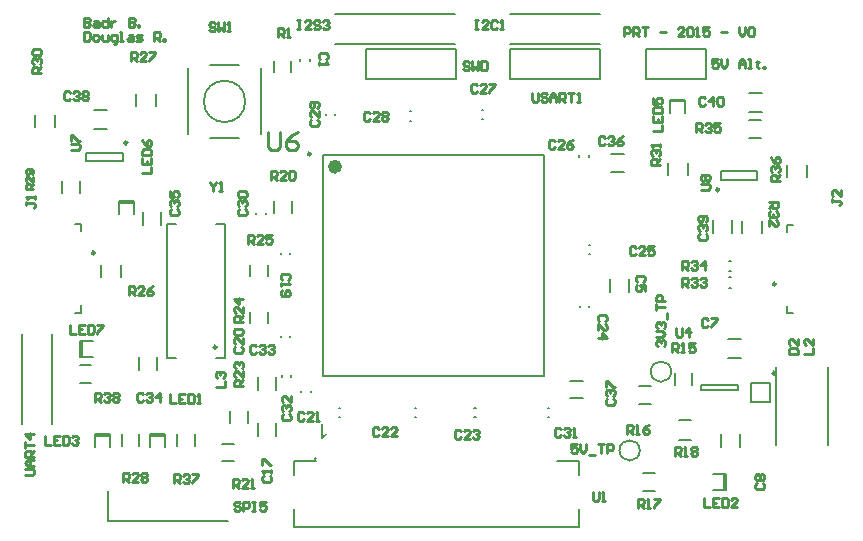
<source format=gto>
G04 Layer_Color=65535*
%FSLAX44Y44*%
%MOMM*%
G71*
G01*
G75*
%ADD35C,0.2540*%
%ADD64C,0.1270*%
%ADD65C,0.2500*%
%ADD66C,0.6000*%
%ADD67C,0.2000*%
%ADD68C,0.1524*%
%ADD69R,0.2040X1.3000*%
%ADD70R,1.3000X0.2040*%
G36*
X756444Y623236D02*
X756464Y623255D01*
X756540Y623332D01*
X756675Y623428D01*
X756848Y623562D01*
X757059Y623735D01*
X757309Y623908D01*
X757597Y624119D01*
X757923Y624311D01*
X757942D01*
X757961Y624330D01*
X758077Y624407D01*
X758249Y624503D01*
X758461Y624618D01*
X758710Y624753D01*
X758979Y624868D01*
X759267Y625003D01*
X759536Y625118D01*
Y623601D01*
X759517D01*
X759478Y623582D01*
X759402Y623543D01*
X759325Y623486D01*
X759210Y623428D01*
X759075Y623370D01*
X758768Y623198D01*
X758422Y622986D01*
X758038Y622737D01*
X757654Y622449D01*
X757289Y622141D01*
X757270Y622122D01*
X757251Y622103D01*
X757136Y621988D01*
X756963Y621815D01*
X756752Y621604D01*
X756521Y621335D01*
X756291Y621047D01*
X756080Y620740D01*
X755907Y620432D01*
X754889D01*
Y633106D01*
X756444D01*
Y623236D01*
D02*
G37*
D35*
X971828Y615868D02*
X966750D01*
Y612059D01*
X969289Y613328D01*
X970559D01*
X971828Y612059D01*
Y609520D01*
X970559Y608250D01*
X968020D01*
X966750Y609520D01*
X974368Y615868D02*
Y610789D01*
X976907Y608250D01*
X979446Y610789D01*
Y615868D01*
X981985Y606980D02*
X987063D01*
X989603Y615868D02*
X994681D01*
X992142D01*
Y608250D01*
X997220D02*
Y615868D01*
X1001029D01*
X1002299Y614598D01*
Y612059D01*
X1001029Y610789D01*
X997220D01*
X1039652Y698750D02*
X1038382Y700020D01*
Y702559D01*
X1039652Y703828D01*
X1040922D01*
X1042191Y702559D01*
Y701289D01*
Y702559D01*
X1043461Y703828D01*
X1044730D01*
X1046000Y702559D01*
Y700020D01*
X1044730Y698750D01*
X1038382Y706367D02*
X1043461D01*
X1046000Y708907D01*
X1043461Y711446D01*
X1038382D01*
X1039652Y713985D02*
X1038382Y715255D01*
Y717794D01*
X1039652Y719063D01*
X1040922D01*
X1042191Y717794D01*
Y716524D01*
Y717794D01*
X1043461Y719063D01*
X1044730D01*
X1046000Y717794D01*
Y715255D01*
X1044730Y713985D01*
X1047270Y721603D02*
Y726681D01*
X1038382Y729220D02*
Y734298D01*
Y731759D01*
X1046000D01*
Y736838D02*
X1038382D01*
Y740646D01*
X1039652Y741916D01*
X1042191D01*
X1043461Y740646D01*
Y736838D01*
X504383Y590250D02*
X510730D01*
X512000Y591520D01*
Y594059D01*
X510730Y595328D01*
X504383D01*
X512000Y597868D02*
X506922D01*
X504383Y600407D01*
X506922Y602946D01*
X512000D01*
X508191D01*
Y597868D01*
X512000Y605485D02*
X504383D01*
Y609294D01*
X505652Y610563D01*
X508191D01*
X509461Y609294D01*
Y605485D01*
Y608024D02*
X512000Y610563D01*
X504383Y613103D02*
Y618181D01*
Y615642D01*
X512000D01*
Y624529D02*
X504383D01*
X508191Y620720D01*
Y625798D01*
X686328Y566098D02*
X685059Y567368D01*
X682520D01*
X681250Y566098D01*
Y564828D01*
X682520Y563559D01*
X685059D01*
X686328Y562289D01*
Y561020D01*
X685059Y559750D01*
X682520D01*
X681250Y561020D01*
X688867Y559750D02*
Y567368D01*
X692676D01*
X693946Y566098D01*
Y563559D01*
X692676Y562289D01*
X688867D01*
X696485Y567368D02*
X699024D01*
X697755D01*
Y559750D01*
X696485D01*
X699024D01*
X707911Y567368D02*
X702833D01*
Y563559D01*
X705372Y564828D01*
X706642D01*
X707911Y563559D01*
Y561020D01*
X706642Y559750D01*
X704103D01*
X702833Y561020D01*
X734500Y974867D02*
X737039D01*
X735770D01*
Y967250D01*
X734500D01*
X737039D01*
X745926D02*
X740848D01*
X745926Y972328D01*
Y973598D01*
X744657Y974867D01*
X742117D01*
X740848Y973598D01*
X753544D02*
X752274Y974867D01*
X749735D01*
X748465Y973598D01*
Y972328D01*
X749735Y971059D01*
X752274D01*
X753544Y969789D01*
Y968520D01*
X752274Y967250D01*
X749735D01*
X748465Y968520D01*
X756083Y973598D02*
X757353Y974867D01*
X759892D01*
X761161Y973598D01*
Y972328D01*
X759892Y971059D01*
X758622D01*
X759892D01*
X761161Y969789D01*
Y968520D01*
X759892Y967250D01*
X757353D01*
X756083Y968520D01*
X885000Y974867D02*
X887539D01*
X886270D01*
Y967250D01*
X885000D01*
X887539D01*
X896426D02*
X891348D01*
X896426Y972328D01*
Y973598D01*
X895157Y974867D01*
X892617D01*
X891348Y973598D01*
X904044D02*
X902774Y974867D01*
X900235D01*
X898966Y973598D01*
Y968520D01*
X900235Y967250D01*
X902774D01*
X904044Y968520D01*
X906583Y967250D02*
X909122D01*
X907853D01*
Y974867D01*
X906583Y973598D01*
X759098Y941922D02*
X760368Y943191D01*
Y945730D01*
X759098Y947000D01*
X754020D01*
X752750Y945730D01*
Y943191D01*
X754020Y941922D01*
X752750Y939382D02*
Y936843D01*
Y938113D01*
X760368D01*
X759098Y939382D01*
X1027348Y753672D02*
X1028617Y754941D01*
Y757480D01*
X1027348Y758750D01*
X1022270D01*
X1021000Y757480D01*
Y754941D01*
X1022270Y753672D01*
X1028617Y746054D02*
Y751133D01*
X1024809D01*
X1026078Y748593D01*
Y747324D01*
X1024809Y746054D01*
X1022270D01*
X1021000Y747324D01*
Y749863D01*
X1022270Y751133D01*
X1082078Y721348D02*
X1080809Y722617D01*
X1078270D01*
X1077000Y721348D01*
Y716270D01*
X1078270Y715000D01*
X1080809D01*
X1082078Y716270D01*
X1084617Y722617D02*
X1089696D01*
Y721348D01*
X1084617Y716270D01*
Y715000D01*
X1123652Y583078D02*
X1122383Y581809D01*
Y579270D01*
X1123652Y578000D01*
X1128730D01*
X1130000Y579270D01*
Y581809D01*
X1128730Y583078D01*
X1123652Y585617D02*
X1122383Y586887D01*
Y589426D01*
X1123652Y590696D01*
X1124922D01*
X1126191Y589426D01*
X1127461Y590696D01*
X1128730D01*
X1130000Y589426D01*
Y586887D01*
X1128730Y585617D01*
X1127461D01*
X1126191Y586887D01*
X1124922Y585617D01*
X1123652D01*
X1126191Y586887D02*
Y589426D01*
X706402Y589328D02*
X705132Y588059D01*
Y585520D01*
X706402Y584250D01*
X711480D01*
X712750Y585520D01*
Y588059D01*
X711480Y589328D01*
X712750Y591867D02*
Y594407D01*
Y593137D01*
X705132D01*
X706402Y591867D01*
X705132Y598215D02*
Y603294D01*
X706402D01*
X711480Y598215D01*
X712750D01*
X727098Y755422D02*
X728367Y756691D01*
Y759230D01*
X727098Y760500D01*
X722020D01*
X720750Y759230D01*
Y756691D01*
X722020Y755422D01*
X720750Y752883D02*
Y750343D01*
Y751613D01*
X728367D01*
X727098Y752883D01*
X722020Y746535D02*
X720750Y745265D01*
Y742726D01*
X722020Y741456D01*
X727098D01*
X728367Y742726D01*
Y745265D01*
X727098Y746535D01*
X725828D01*
X724559Y745265D01*
Y741456D01*
X682152Y698578D02*
X680882Y697309D01*
Y694770D01*
X682152Y693500D01*
X687230D01*
X688500Y694770D01*
Y697309D01*
X687230Y698578D01*
X688500Y706196D02*
Y701117D01*
X683422Y706196D01*
X682152D01*
X680882Y704926D01*
Y702387D01*
X682152Y701117D01*
Y708735D02*
X680882Y710005D01*
Y712544D01*
X682152Y713813D01*
X687230D01*
X688500Y712544D01*
Y710005D01*
X687230Y708735D01*
X682152D01*
X740002Y642348D02*
X738732Y643617D01*
X736193D01*
X734923Y642348D01*
Y637270D01*
X736193Y636000D01*
X738732D01*
X740002Y637270D01*
X747619Y636000D02*
X742541D01*
X747619Y641078D01*
Y642348D01*
X746349Y643617D01*
X743810D01*
X742541Y642348D01*
X750158Y636000D02*
X752698D01*
X751428D01*
Y643617D01*
X750158Y642348D01*
X803578Y629098D02*
X802309Y630368D01*
X799770D01*
X798500Y629098D01*
Y624020D01*
X799770Y622750D01*
X802309D01*
X803578Y624020D01*
X811196Y622750D02*
X806117D01*
X811196Y627828D01*
Y629098D01*
X809926Y630368D01*
X807387D01*
X806117Y629098D01*
X818813Y622750D02*
X813735D01*
X818813Y627828D01*
Y629098D01*
X817544Y630368D01*
X815005D01*
X813735Y629098D01*
X873078Y627098D02*
X871809Y628368D01*
X869270D01*
X868000Y627098D01*
Y622020D01*
X869270Y620750D01*
X871809D01*
X873078Y622020D01*
X880696Y620750D02*
X875618D01*
X880696Y625828D01*
Y627098D01*
X879426Y628368D01*
X876887D01*
X875618Y627098D01*
X883235D02*
X884505Y628368D01*
X887044D01*
X888313Y627098D01*
Y625828D01*
X887044Y624559D01*
X885774D01*
X887044D01*
X888313Y623289D01*
Y622020D01*
X887044Y620750D01*
X884505D01*
X883235Y622020D01*
X995348Y720172D02*
X996618Y721441D01*
Y723980D01*
X995348Y725250D01*
X990270D01*
X989000Y723980D01*
Y721441D01*
X990270Y720172D01*
X989000Y712554D02*
Y717632D01*
X994078Y712554D01*
X995348D01*
X996618Y713824D01*
Y716363D01*
X995348Y717632D01*
X989000Y706206D02*
X996618D01*
X992809Y710015D01*
Y704937D01*
X1021078Y782348D02*
X1019809Y783617D01*
X1017270D01*
X1016000Y782348D01*
Y777270D01*
X1017270Y776000D01*
X1019809D01*
X1021078Y777270D01*
X1028696Y776000D02*
X1023617D01*
X1028696Y781078D01*
Y782348D01*
X1027426Y783617D01*
X1024887D01*
X1023617Y782348D01*
X1036313Y783617D02*
X1031235D01*
Y779809D01*
X1033774Y781078D01*
X1035044D01*
X1036313Y779809D01*
Y777270D01*
X1035044Y776000D01*
X1032505D01*
X1031235Y777270D01*
X952578Y872598D02*
X951309Y873867D01*
X948770D01*
X947500Y872598D01*
Y867520D01*
X948770Y866250D01*
X951309D01*
X952578Y867520D01*
X960196Y866250D02*
X955117D01*
X960196Y871328D01*
Y872598D01*
X958926Y873867D01*
X956387D01*
X955117Y872598D01*
X967813Y873867D02*
X965274Y872598D01*
X962735Y870059D01*
Y867520D01*
X964005Y866250D01*
X966544D01*
X967813Y867520D01*
Y868789D01*
X966544Y870059D01*
X962735D01*
X887078Y920098D02*
X885809Y921367D01*
X883270D01*
X882000Y920098D01*
Y915020D01*
X883270Y913750D01*
X885809D01*
X887078Y915020D01*
X894696Y913750D02*
X889617D01*
X894696Y918828D01*
Y920098D01*
X893426Y921367D01*
X890887D01*
X889617Y920098D01*
X897235Y921367D02*
X902313D01*
Y920098D01*
X897235Y915020D01*
Y913750D01*
X796078Y896348D02*
X794809Y897617D01*
X792270D01*
X791000Y896348D01*
Y891270D01*
X792270Y890000D01*
X794809D01*
X796078Y891270D01*
X803696Y890000D02*
X798617D01*
X803696Y895078D01*
Y896348D01*
X802426Y897617D01*
X799887D01*
X798617Y896348D01*
X806235D02*
X807505Y897617D01*
X810044D01*
X811313Y896348D01*
Y895078D01*
X810044Y893809D01*
X811313Y892539D01*
Y891270D01*
X810044Y890000D01*
X807505D01*
X806235Y891270D01*
Y892539D01*
X807505Y893809D01*
X806235Y895078D01*
Y896348D01*
X807505Y893809D02*
X810044D01*
X746402Y890578D02*
X745132Y889309D01*
Y886770D01*
X746402Y885500D01*
X751480D01*
X752750Y886770D01*
Y889309D01*
X751480Y890578D01*
X752750Y898196D02*
Y893118D01*
X747672Y898196D01*
X746402D01*
X745132Y896926D01*
Y894387D01*
X746402Y893118D01*
X751480Y900735D02*
X752750Y902005D01*
Y904544D01*
X751480Y905813D01*
X746402D01*
X745132Y904544D01*
Y902005D01*
X746402Y900735D01*
X747672D01*
X748941Y902005D01*
Y905813D01*
X685652Y814828D02*
X684382Y813559D01*
Y811020D01*
X685652Y809750D01*
X690730D01*
X692000Y811020D01*
Y813559D01*
X690730Y814828D01*
X685652Y817367D02*
X684382Y818637D01*
Y821176D01*
X685652Y822446D01*
X686922D01*
X688191Y821176D01*
Y819907D01*
Y821176D01*
X689461Y822446D01*
X690730D01*
X692000Y821176D01*
Y818637D01*
X690730Y817367D01*
X685652Y824985D02*
X684382Y826255D01*
Y828794D01*
X685652Y830063D01*
X690730D01*
X692000Y828794D01*
Y826255D01*
X690730Y824985D01*
X685652D01*
X957828Y628848D02*
X956559Y630117D01*
X954020D01*
X952750Y628848D01*
Y623770D01*
X954020Y622500D01*
X956559D01*
X957828Y623770D01*
X960368Y628848D02*
X961637Y630117D01*
X964176D01*
X965446Y628848D01*
Y627578D01*
X964176Y626309D01*
X962907D01*
X964176D01*
X965446Y625039D01*
Y623770D01*
X964176Y622500D01*
X961637D01*
X960368Y623770D01*
X967985Y622500D02*
X970524D01*
X969255D01*
Y630117D01*
X967985Y628848D01*
X722902Y641578D02*
X721633Y640309D01*
Y637770D01*
X722902Y636500D01*
X727980D01*
X729250Y637770D01*
Y640309D01*
X727980Y641578D01*
X722902Y644118D02*
X721633Y645387D01*
Y647926D01*
X722902Y649196D01*
X724172D01*
X725441Y647926D01*
Y646657D01*
Y647926D01*
X726711Y649196D01*
X727980D01*
X729250Y647926D01*
Y645387D01*
X727980Y644118D01*
X729250Y656813D02*
Y651735D01*
X724172Y656813D01*
X722902D01*
X721633Y655544D01*
Y653005D01*
X722902Y651735D01*
X699828Y698848D02*
X698559Y700117D01*
X696020D01*
X694750Y698848D01*
Y693770D01*
X696020Y692500D01*
X698559D01*
X699828Y693770D01*
X702367Y698848D02*
X703637Y700117D01*
X706176D01*
X707446Y698848D01*
Y697578D01*
X706176Y696309D01*
X704907D01*
X706176D01*
X707446Y695039D01*
Y693770D01*
X706176Y692500D01*
X703637D01*
X702367Y693770D01*
X709985Y698848D02*
X711255Y700117D01*
X713794D01*
X715063Y698848D01*
Y697578D01*
X713794Y696309D01*
X712524D01*
X713794D01*
X715063Y695039D01*
Y693770D01*
X713794Y692500D01*
X711255D01*
X709985Y693770D01*
X604328Y658098D02*
X603059Y659368D01*
X600520D01*
X599250Y658098D01*
Y653020D01*
X600520Y651750D01*
X603059D01*
X604328Y653020D01*
X606867Y658098D02*
X608137Y659368D01*
X610676D01*
X611946Y658098D01*
Y656828D01*
X610676Y655559D01*
X609407D01*
X610676D01*
X611946Y654289D01*
Y653020D01*
X610676Y651750D01*
X608137D01*
X606867Y653020D01*
X618294Y651750D02*
Y659368D01*
X614485Y655559D01*
X619563D01*
X627902Y814828D02*
X626632Y813559D01*
Y811020D01*
X627902Y809750D01*
X632980D01*
X634250Y811020D01*
Y813559D01*
X632980Y814828D01*
X627902Y817367D02*
X626632Y818637D01*
Y821176D01*
X627902Y822446D01*
X629172D01*
X630441Y821176D01*
Y819907D01*
Y821176D01*
X631711Y822446D01*
X632980D01*
X634250Y821176D01*
Y818637D01*
X632980Y817367D01*
X626632Y830063D02*
Y824985D01*
X630441D01*
X629172Y827524D01*
Y828794D01*
X630441Y830063D01*
X632980D01*
X634250Y828794D01*
Y826255D01*
X632980Y824985D01*
X994828Y875348D02*
X993559Y876618D01*
X991020D01*
X989750Y875348D01*
Y870270D01*
X991020Y869000D01*
X993559D01*
X994828Y870270D01*
X997367Y875348D02*
X998637Y876618D01*
X1001176D01*
X1002446Y875348D01*
Y874078D01*
X1001176Y872809D01*
X999907D01*
X1001176D01*
X1002446Y871539D01*
Y870270D01*
X1001176Y869000D01*
X998637D01*
X997367Y870270D01*
X1010063Y876618D02*
X1007524Y875348D01*
X1004985Y872809D01*
Y870270D01*
X1006255Y869000D01*
X1008794D01*
X1010063Y870270D01*
Y871539D01*
X1008794Y872809D01*
X1004985D01*
X996902Y654578D02*
X995632Y653309D01*
Y650770D01*
X996902Y649500D01*
X1001980D01*
X1003250Y650770D01*
Y653309D01*
X1001980Y654578D01*
X996902Y657117D02*
X995632Y658387D01*
Y660926D01*
X996902Y662196D01*
X998172D01*
X999441Y660926D01*
Y659657D01*
Y660926D01*
X1000711Y662196D01*
X1001980D01*
X1003250Y660926D01*
Y658387D01*
X1001980Y657117D01*
X995632Y664735D02*
Y669813D01*
X996902D01*
X1001980Y664735D01*
X1003250D01*
X542578Y913598D02*
X541309Y914867D01*
X538770D01*
X537500Y913598D01*
Y908520D01*
X538770Y907250D01*
X541309D01*
X542578Y908520D01*
X545118Y913598D02*
X546387Y914867D01*
X548926D01*
X550196Y913598D01*
Y912328D01*
X548926Y911059D01*
X547657D01*
X548926D01*
X550196Y909789D01*
Y908520D01*
X548926Y907250D01*
X546387D01*
X545118Y908520D01*
X552735Y913598D02*
X554005Y914867D01*
X556544D01*
X557813Y913598D01*
Y912328D01*
X556544Y911059D01*
X557813Y909789D01*
Y908520D01*
X556544Y907250D01*
X554005D01*
X552735Y908520D01*
Y909789D01*
X554005Y911059D01*
X552735Y912328D01*
Y913598D01*
X554005Y911059D02*
X556544D01*
X1075152Y794078D02*
X1073882Y792809D01*
Y790270D01*
X1075152Y789000D01*
X1080230D01*
X1081500Y790270D01*
Y792809D01*
X1080230Y794078D01*
X1075152Y796618D02*
X1073882Y797887D01*
Y800426D01*
X1075152Y801696D01*
X1076422D01*
X1077691Y800426D01*
Y799157D01*
Y800426D01*
X1078961Y801696D01*
X1080230D01*
X1081500Y800426D01*
Y797887D01*
X1080230Y796618D01*
Y804235D02*
X1081500Y805505D01*
Y808044D01*
X1080230Y809313D01*
X1075152D01*
X1073882Y808044D01*
Y805505D01*
X1075152Y804235D01*
X1076422D01*
X1077691Y805505D01*
Y809313D01*
X1080078Y908848D02*
X1078809Y910117D01*
X1076270D01*
X1075000Y908848D01*
Y903770D01*
X1076270Y902500D01*
X1078809D01*
X1080078Y903770D01*
X1086426Y902500D02*
Y910117D01*
X1082617Y906309D01*
X1087696D01*
X1090235Y908848D02*
X1091505Y910117D01*
X1094044D01*
X1095313Y908848D01*
Y903770D01*
X1094044Y902500D01*
X1091505D01*
X1090235Y903770D01*
Y908848D01*
X1150882Y692250D02*
X1158500D01*
Y696059D01*
X1157230Y697328D01*
X1152152D01*
X1150882Y696059D01*
Y692250D01*
X1158500Y704946D02*
Y699867D01*
X1153422Y704946D01*
X1152152D01*
X1150882Y703676D01*
Y701137D01*
X1152152Y699867D01*
X505132Y821078D02*
Y818539D01*
Y819809D01*
X511480D01*
X512750Y818539D01*
Y817270D01*
X511480Y816000D01*
X512750Y823617D02*
Y826157D01*
Y824887D01*
X505132D01*
X506402Y823617D01*
X1187132Y823328D02*
Y820789D01*
Y822059D01*
X1193480D01*
X1194750Y820789D01*
Y819520D01*
X1193480Y818250D01*
X1194750Y830946D02*
Y825867D01*
X1189672Y830946D01*
X1188402D01*
X1187132Y829676D01*
Y827137D01*
X1188402Y825867D01*
X1163883Y692500D02*
X1171500D01*
Y697578D01*
Y705196D02*
Y700117D01*
X1166422Y705196D01*
X1165152D01*
X1163883Y703926D01*
Y701387D01*
X1165152Y700117D01*
X665383Y664750D02*
X673000D01*
Y669828D01*
X666652Y672367D02*
X665383Y673637D01*
Y676176D01*
X666652Y677446D01*
X667922D01*
X669191Y676176D01*
Y674907D01*
Y676176D01*
X670461Y677446D01*
X671730D01*
X673000Y676176D01*
Y673637D01*
X671730Y672367D01*
X627000Y658367D02*
Y650750D01*
X632078D01*
X639696Y658367D02*
X634618D01*
Y650750D01*
X639696D01*
X634618Y654559D02*
X637157D01*
X642235Y658367D02*
Y650750D01*
X646044D01*
X647313Y652020D01*
Y657098D01*
X646044Y658367D01*
X642235D01*
X649853Y650750D02*
X652392D01*
X651122D01*
Y658367D01*
X649853Y657098D01*
X1079000Y570368D02*
Y562750D01*
X1084078D01*
X1091696Y570368D02*
X1086618D01*
Y562750D01*
X1091696D01*
X1086618Y566559D02*
X1089157D01*
X1094235Y570368D02*
Y562750D01*
X1098044D01*
X1099313Y564020D01*
Y569098D01*
X1098044Y570368D01*
X1094235D01*
X1106931Y562750D02*
X1101853D01*
X1106931Y567828D01*
Y569098D01*
X1105661Y570368D01*
X1103122D01*
X1101853Y569098D01*
X521000Y623368D02*
Y615750D01*
X526078D01*
X533696Y623368D02*
X528618D01*
Y615750D01*
X533696D01*
X528618Y619559D02*
X531157D01*
X536235Y623368D02*
Y615750D01*
X540044D01*
X541313Y617020D01*
Y622098D01*
X540044Y623368D01*
X536235D01*
X543853Y622098D02*
X545122Y623368D01*
X547661D01*
X548931Y622098D01*
Y620828D01*
X547661Y619559D01*
X546392D01*
X547661D01*
X548931Y618289D01*
Y617020D01*
X547661Y615750D01*
X545122D01*
X543853Y617020D01*
X1036132Y881500D02*
X1043750D01*
Y886578D01*
X1036132Y894196D02*
Y889118D01*
X1043750D01*
Y894196D01*
X1039941Y889118D02*
Y891657D01*
X1036132Y896735D02*
X1043750D01*
Y900544D01*
X1042480Y901813D01*
X1037402D01*
X1036132Y900544D01*
Y896735D01*
Y909431D02*
Y904353D01*
X1039941D01*
X1038672Y906892D01*
Y908161D01*
X1039941Y909431D01*
X1042480D01*
X1043750Y908161D01*
Y905622D01*
X1042480Y904353D01*
X603132Y845250D02*
X610750D01*
Y850328D01*
X603132Y857946D02*
Y852868D01*
X610750D01*
Y857946D01*
X606941Y852868D02*
Y855407D01*
X603132Y860485D02*
X610750D01*
Y864294D01*
X609480Y865563D01*
X604402D01*
X603132Y864294D01*
Y860485D01*
Y873181D02*
X604402Y870642D01*
X606941Y868103D01*
X609480D01*
X610750Y869372D01*
Y871911D01*
X609480Y873181D01*
X608211D01*
X606941Y871911D01*
Y868103D01*
X542000Y717117D02*
Y709500D01*
X547078D01*
X554696Y717117D02*
X549618D01*
Y709500D01*
X554696D01*
X549618Y713309D02*
X552157D01*
X557235Y717117D02*
Y709500D01*
X561044D01*
X562313Y710770D01*
Y715848D01*
X561044Y717117D01*
X557235D01*
X564853D02*
X569931D01*
Y715848D01*
X564853Y710770D01*
Y709500D01*
X880328Y939098D02*
X879059Y940368D01*
X876520D01*
X875250Y939098D01*
Y937828D01*
X876520Y936559D01*
X879059D01*
X880328Y935289D01*
Y934020D01*
X879059Y932750D01*
X876520D01*
X875250Y934020D01*
X882868Y940368D02*
Y932750D01*
X885407Y935289D01*
X887946Y932750D01*
Y940368D01*
X890485D02*
Y932750D01*
X894294D01*
X895563Y934020D01*
Y939098D01*
X894294Y940368D01*
X890485D01*
X1091078Y941868D02*
X1086000D01*
Y938059D01*
X1088539Y939328D01*
X1089809D01*
X1091078Y938059D01*
Y935520D01*
X1089809Y934250D01*
X1087270D01*
X1086000Y935520D01*
X1093617Y941868D02*
Y936789D01*
X1096157Y934250D01*
X1098696Y936789D01*
Y941868D01*
X1108853Y934250D02*
Y939328D01*
X1111392Y941868D01*
X1113931Y939328D01*
Y934250D01*
Y938059D01*
X1108853D01*
X1116470Y934250D02*
X1119009D01*
X1117740D01*
Y941868D01*
X1116470D01*
X1124088Y940598D02*
Y939328D01*
X1122818D01*
X1125357D01*
X1124088D01*
Y935520D01*
X1125357Y934250D01*
X1129166D02*
Y935520D01*
X1130436D01*
Y934250D01*
X1129166D01*
X933750Y913367D02*
Y907020D01*
X935020Y905750D01*
X937559D01*
X938828Y907020D01*
Y913367D01*
X946446Y912098D02*
X945176Y913367D01*
X942637D01*
X941367Y912098D01*
Y910828D01*
X942637Y909559D01*
X945176D01*
X946446Y908289D01*
Y907020D01*
X945176Y905750D01*
X942637D01*
X941367Y907020D01*
X948985Y905750D02*
Y910828D01*
X951524Y913367D01*
X954063Y910828D01*
Y905750D01*
Y909559D01*
X948985D01*
X956603Y905750D02*
Y913367D01*
X960411D01*
X961681Y912098D01*
Y909559D01*
X960411Y908289D01*
X956603D01*
X959142D02*
X961681Y905750D01*
X964220Y913367D02*
X969298D01*
X966759D01*
Y905750D01*
X971838D02*
X974377D01*
X973107D01*
Y913367D01*
X971838Y912098D01*
X718250Y960750D02*
Y968367D01*
X722059D01*
X723328Y967098D01*
Y964559D01*
X722059Y963289D01*
X718250D01*
X720789D02*
X723328Y960750D01*
X725867D02*
X728407D01*
X727137D01*
Y968367D01*
X725867Y967098D01*
X1052000Y693750D02*
Y701367D01*
X1055809D01*
X1057078Y700098D01*
Y697559D01*
X1055809Y696289D01*
X1052000D01*
X1054539D02*
X1057078Y693750D01*
X1059617D02*
X1062157D01*
X1060887D01*
Y701367D01*
X1059617Y700098D01*
X1071044Y701367D02*
X1065965D01*
Y697559D01*
X1068505Y698828D01*
X1069774D01*
X1071044Y697559D01*
Y695020D01*
X1069774Y693750D01*
X1067235D01*
X1065965Y695020D01*
X1013500Y624750D02*
Y632368D01*
X1017309D01*
X1018578Y631098D01*
Y628559D01*
X1017309Y627289D01*
X1013500D01*
X1016039D02*
X1018578Y624750D01*
X1021117D02*
X1023657D01*
X1022387D01*
Y632368D01*
X1021117Y631098D01*
X1032544Y632368D02*
X1030005Y631098D01*
X1027466Y628559D01*
Y626020D01*
X1028735Y624750D01*
X1031274D01*
X1032544Y626020D01*
Y627289D01*
X1031274Y628559D01*
X1027466D01*
X1023000Y562000D02*
Y569618D01*
X1026809D01*
X1028078Y568348D01*
Y565809D01*
X1026809Y564539D01*
X1023000D01*
X1025539D02*
X1028078Y562000D01*
X1030618D02*
X1033157D01*
X1031887D01*
Y569618D01*
X1030618Y568348D01*
X1036965Y569618D02*
X1042044D01*
Y568348D01*
X1036965Y563270D01*
Y562000D01*
X1054250Y606250D02*
Y613867D01*
X1058059D01*
X1059328Y612598D01*
Y610059D01*
X1058059Y608789D01*
X1054250D01*
X1056789D02*
X1059328Y606250D01*
X1061868D02*
X1064407D01*
X1063137D01*
Y613867D01*
X1061868Y612598D01*
X1068215D02*
X1069485Y613867D01*
X1072024D01*
X1073294Y612598D01*
Y611328D01*
X1072024Y610059D01*
X1073294Y608789D01*
Y607520D01*
X1072024Y606250D01*
X1069485D01*
X1068215Y607520D01*
Y608789D01*
X1069485Y610059D01*
X1068215Y611328D01*
Y612598D01*
X1069485Y610059D02*
X1072024D01*
X712250Y840000D02*
Y847617D01*
X716059D01*
X717328Y846348D01*
Y843809D01*
X716059Y842539D01*
X712250D01*
X714789D02*
X717328Y840000D01*
X724946D02*
X719867D01*
X724946Y845078D01*
Y846348D01*
X723676Y847617D01*
X721137D01*
X719867Y846348D01*
X727485D02*
X728755Y847617D01*
X731294D01*
X732563Y846348D01*
Y841270D01*
X731294Y840000D01*
X728755D01*
X727485Y841270D01*
Y846348D01*
X680000Y579250D02*
Y586867D01*
X683809D01*
X685078Y585598D01*
Y583059D01*
X683809Y581789D01*
X680000D01*
X682539D02*
X685078Y579250D01*
X692696D02*
X687617D01*
X692696Y584328D01*
Y585598D01*
X691426Y586867D01*
X688887D01*
X687617Y585598D01*
X695235Y579250D02*
X697774D01*
X696505D01*
Y586867D01*
X695235Y585598D01*
X688750Y665000D02*
X681132D01*
Y668809D01*
X682402Y670078D01*
X684941D01*
X686211Y668809D01*
Y665000D01*
Y667539D02*
X688750Y670078D01*
Y677696D02*
Y672617D01*
X683672Y677696D01*
X682402D01*
X681132Y676426D01*
Y673887D01*
X682402Y672617D01*
Y680235D02*
X681132Y681505D01*
Y684044D01*
X682402Y685313D01*
X683672D01*
X684941Y684044D01*
Y682774D01*
Y684044D01*
X686211Y685313D01*
X687480D01*
X688750Y684044D01*
Y681505D01*
X687480Y680235D01*
X688750Y719750D02*
X681132D01*
Y723559D01*
X682402Y724828D01*
X684941D01*
X686211Y723559D01*
Y719750D01*
Y722289D02*
X688750Y724828D01*
Y732446D02*
Y727367D01*
X683672Y732446D01*
X682402D01*
X681132Y731176D01*
Y728637D01*
X682402Y727367D01*
X688750Y738794D02*
X681132D01*
X684941Y734985D01*
Y740063D01*
X692750Y785750D02*
Y793367D01*
X696559D01*
X697828Y792098D01*
Y789559D01*
X696559Y788289D01*
X692750D01*
X695289D02*
X697828Y785750D01*
X705446D02*
X700368D01*
X705446Y790828D01*
Y792098D01*
X704176Y793367D01*
X701637D01*
X700368Y792098D01*
X713063Y793367D02*
X707985D01*
Y789559D01*
X710524Y790828D01*
X711794D01*
X713063Y789559D01*
Y787020D01*
X711794Y785750D01*
X709255D01*
X707985Y787020D01*
X592000Y742250D02*
Y749867D01*
X595809D01*
X597078Y748598D01*
Y746059D01*
X595809Y744789D01*
X592000D01*
X594539D02*
X597078Y742250D01*
X604696D02*
X599618D01*
X604696Y747328D01*
Y748598D01*
X603426Y749867D01*
X600887D01*
X599618Y748598D01*
X612313Y749867D02*
X609774Y748598D01*
X607235Y746059D01*
Y743520D01*
X608505Y742250D01*
X611044D01*
X612313Y743520D01*
Y744789D01*
X611044Y746059D01*
X607235D01*
X594000Y940250D02*
Y947868D01*
X597809D01*
X599078Y946598D01*
Y944059D01*
X597809Y942789D01*
X594000D01*
X596539D02*
X599078Y940250D01*
X606696D02*
X601618D01*
X606696Y945328D01*
Y946598D01*
X605426Y947868D01*
X602887D01*
X601618Y946598D01*
X609235Y947868D02*
X614313D01*
Y946598D01*
X609235Y941520D01*
Y940250D01*
X587250Y584250D02*
Y591867D01*
X591059D01*
X592328Y590598D01*
Y588059D01*
X591059Y586789D01*
X587250D01*
X589789D02*
X592328Y584250D01*
X599946D02*
X594868D01*
X599946Y589328D01*
Y590598D01*
X598676Y591867D01*
X596137D01*
X594868Y590598D01*
X602485D02*
X603755Y591867D01*
X606294D01*
X607563Y590598D01*
Y589328D01*
X606294Y588059D01*
X607563Y586789D01*
Y585520D01*
X606294Y584250D01*
X603755D01*
X602485Y585520D01*
Y586789D01*
X603755Y588059D01*
X602485Y589328D01*
Y590598D01*
X603755Y588059D02*
X606294D01*
X511250Y831750D02*
X504902D01*
Y834924D01*
X505960Y835982D01*
X508076D01*
X509134Y834924D01*
Y831750D01*
Y833866D02*
X511250Y835982D01*
Y842330D02*
Y838098D01*
X507018Y842330D01*
X505960D01*
X504902Y841272D01*
Y839156D01*
X505960Y838098D01*
X510192Y844446D02*
X511250Y845504D01*
Y847620D01*
X510192Y848678D01*
X505960D01*
X504902Y847620D01*
Y845504D01*
X505960Y844446D01*
X507018D01*
X508076Y845504D01*
Y848678D01*
X517750Y930250D02*
X510132D01*
Y934059D01*
X511402Y935328D01*
X513941D01*
X515211Y934059D01*
Y930250D01*
Y932789D02*
X517750Y935328D01*
X511402Y937868D02*
X510132Y939137D01*
Y941676D01*
X511402Y942946D01*
X512672D01*
X513941Y941676D01*
Y940407D01*
Y941676D01*
X515211Y942946D01*
X516480D01*
X517750Y941676D01*
Y939137D01*
X516480Y937868D01*
X511402Y945485D02*
X510132Y946755D01*
Y949294D01*
X511402Y950563D01*
X516480D01*
X517750Y949294D01*
Y946755D01*
X516480Y945485D01*
X511402D01*
X1041750Y852500D02*
X1034133D01*
Y856309D01*
X1035402Y857578D01*
X1037941D01*
X1039211Y856309D01*
Y852500D01*
Y855039D02*
X1041750Y857578D01*
X1035402Y860117D02*
X1034133Y861387D01*
Y863926D01*
X1035402Y865196D01*
X1036672D01*
X1037941Y863926D01*
Y862657D01*
Y863926D01*
X1039211Y865196D01*
X1040480D01*
X1041750Y863926D01*
Y861387D01*
X1040480Y860117D01*
X1041750Y867735D02*
Y870274D01*
Y869005D01*
X1034133D01*
X1035402Y867735D01*
X1133750Y821000D02*
X1141367D01*
Y817191D01*
X1140098Y815922D01*
X1137559D01*
X1136289Y817191D01*
Y821000D01*
Y818461D02*
X1133750Y815922D01*
X1140098Y813382D02*
X1141367Y812113D01*
Y809574D01*
X1140098Y808304D01*
X1138828D01*
X1137559Y809574D01*
Y810843D01*
Y809574D01*
X1136289Y808304D01*
X1135020D01*
X1133750Y809574D01*
Y812113D01*
X1135020Y813382D01*
X1133750Y800687D02*
Y805765D01*
X1138828Y800687D01*
X1140098D01*
X1141367Y801956D01*
Y804495D01*
X1140098Y805765D01*
X1060500Y749250D02*
Y756868D01*
X1064309D01*
X1065578Y755598D01*
Y753059D01*
X1064309Y751789D01*
X1060500D01*
X1063039D02*
X1065578Y749250D01*
X1068118Y755598D02*
X1069387Y756868D01*
X1071926D01*
X1073196Y755598D01*
Y754328D01*
X1071926Y753059D01*
X1070657D01*
X1071926D01*
X1073196Y751789D01*
Y750520D01*
X1071926Y749250D01*
X1069387D01*
X1068118Y750520D01*
X1075735Y755598D02*
X1077005Y756868D01*
X1079544D01*
X1080813Y755598D01*
Y754328D01*
X1079544Y753059D01*
X1078274D01*
X1079544D01*
X1080813Y751789D01*
Y750520D01*
X1079544Y749250D01*
X1077005D01*
X1075735Y750520D01*
X1060750Y763750D02*
Y771367D01*
X1064559D01*
X1065828Y770098D01*
Y767559D01*
X1064559Y766289D01*
X1060750D01*
X1063289D02*
X1065828Y763750D01*
X1068367Y770098D02*
X1069637Y771367D01*
X1072176D01*
X1073446Y770098D01*
Y768828D01*
X1072176Y767559D01*
X1070907D01*
X1072176D01*
X1073446Y766289D01*
Y765020D01*
X1072176Y763750D01*
X1069637D01*
X1068367Y765020D01*
X1079794Y763750D02*
Y771367D01*
X1075985Y767559D01*
X1081063D01*
X1072250Y880000D02*
Y887617D01*
X1076059D01*
X1077328Y886348D01*
Y883809D01*
X1076059Y882539D01*
X1072250D01*
X1074789D02*
X1077328Y880000D01*
X1079867Y886348D02*
X1081137Y887617D01*
X1083676D01*
X1084946Y886348D01*
Y885078D01*
X1083676Y883809D01*
X1082407D01*
X1083676D01*
X1084946Y882539D01*
Y881270D01*
X1083676Y880000D01*
X1081137D01*
X1079867Y881270D01*
X1092563Y887617D02*
X1087485D01*
Y883809D01*
X1090024Y885078D01*
X1091294D01*
X1092563Y883809D01*
Y881270D01*
X1091294Y880000D01*
X1088755D01*
X1087485Y881270D01*
X1143000Y838500D02*
X1135383D01*
Y842309D01*
X1136652Y843578D01*
X1139191D01*
X1140461Y842309D01*
Y838500D01*
Y841039D02*
X1143000Y843578D01*
X1136652Y846117D02*
X1135383Y847387D01*
Y849926D01*
X1136652Y851196D01*
X1137922D01*
X1139191Y849926D01*
Y848657D01*
Y849926D01*
X1140461Y851196D01*
X1141730D01*
X1143000Y849926D01*
Y847387D01*
X1141730Y846117D01*
X1135383Y858813D02*
X1136652Y856274D01*
X1139191Y853735D01*
X1141730D01*
X1143000Y855005D01*
Y857544D01*
X1141730Y858813D01*
X1140461D01*
X1139191Y857544D01*
Y853735D01*
X630250Y582750D02*
Y590368D01*
X634059D01*
X635328Y589098D01*
Y586559D01*
X634059Y585289D01*
X630250D01*
X632789D02*
X635328Y582750D01*
X637868Y589098D02*
X639137Y590368D01*
X641676D01*
X642946Y589098D01*
Y587828D01*
X641676Y586559D01*
X640407D01*
X641676D01*
X642946Y585289D01*
Y584020D01*
X641676Y582750D01*
X639137D01*
X637868Y584020D01*
X645485Y590368D02*
X650563D01*
Y589098D01*
X645485Y584020D01*
Y582750D01*
X563000Y651750D02*
Y659368D01*
X566809D01*
X568078Y658098D01*
Y655559D01*
X566809Y654289D01*
X563000D01*
X565539D02*
X568078Y651750D01*
X570617Y658098D02*
X571887Y659368D01*
X574426D01*
X575696Y658098D01*
Y656828D01*
X574426Y655559D01*
X573157D01*
X574426D01*
X575696Y654289D01*
Y653020D01*
X574426Y651750D01*
X571887D01*
X570617Y653020D01*
X578235Y658098D02*
X579505Y659368D01*
X582044D01*
X583313Y658098D01*
Y656828D01*
X582044Y655559D01*
X583313Y654289D01*
Y653020D01*
X582044Y651750D01*
X579505D01*
X578235Y653020D01*
Y654289D01*
X579505Y655559D01*
X578235Y656828D01*
Y658098D01*
X579505Y655559D02*
X582044D01*
X665328Y972098D02*
X664059Y973367D01*
X661520D01*
X660250Y972098D01*
Y970828D01*
X661520Y969559D01*
X664059D01*
X665328Y968289D01*
Y967020D01*
X664059Y965750D01*
X661520D01*
X660250Y967020D01*
X667868Y973367D02*
Y965750D01*
X670407Y968289D01*
X672946Y965750D01*
Y973367D01*
X675485Y965750D02*
X678024D01*
X676755D01*
Y973367D01*
X675485Y972098D01*
X984750Y575617D02*
Y569270D01*
X986020Y568000D01*
X988559D01*
X989828Y569270D01*
Y575617D01*
X992367Y568000D02*
X994907D01*
X993637D01*
Y575617D01*
X992367Y574348D01*
X1055250Y714617D02*
Y708270D01*
X1056520Y707000D01*
X1059059D01*
X1060328Y708270D01*
Y714617D01*
X1066676Y707000D02*
Y714617D01*
X1062868Y710809D01*
X1067946D01*
X542632Y865250D02*
X548980D01*
X550250Y866520D01*
Y869059D01*
X548980Y870328D01*
X542632D01*
Y872868D02*
Y877946D01*
X543902D01*
X548980Y872868D01*
X550250D01*
X1076132Y831250D02*
X1082480D01*
X1083750Y832520D01*
Y835059D01*
X1082480Y836328D01*
X1076132D01*
X1077402Y838867D02*
X1076132Y840137D01*
Y842676D01*
X1077402Y843946D01*
X1078672D01*
X1079941Y842676D01*
X1081211Y843946D01*
X1082480D01*
X1083750Y842676D01*
Y840137D01*
X1082480Y838867D01*
X1081211D01*
X1079941Y840137D01*
X1078672Y838867D01*
X1077402D01*
X1079941Y840137D02*
Y842676D01*
X660750Y838118D02*
Y836848D01*
X663289Y834309D01*
X665828Y836848D01*
Y838118D01*
X663289Y834309D02*
Y830500D01*
X668367D02*
X670907D01*
X669637D01*
Y838118D01*
X668367Y836848D01*
X710000Y880235D02*
Y867539D01*
X712539Y865000D01*
X717617D01*
X720157Y867539D01*
Y880235D01*
X735392D02*
X730313Y877696D01*
X725235Y872617D01*
Y867539D01*
X727774Y865000D01*
X732853D01*
X735392Y867539D01*
Y870078D01*
X732853Y872617D01*
X725235D01*
X554000Y977117D02*
Y969500D01*
X557809D01*
X559078Y970770D01*
Y972039D01*
X557809Y973309D01*
X554000D01*
X557809D01*
X559078Y974578D01*
Y975848D01*
X557809Y977117D01*
X554000D01*
X562887Y974578D02*
X565426D01*
X566696Y973309D01*
Y969500D01*
X562887D01*
X561618Y970770D01*
X562887Y972039D01*
X566696D01*
X574313Y977117D02*
Y969500D01*
X570505D01*
X569235Y970770D01*
Y973309D01*
X570505Y974578D01*
X574313D01*
X576853D02*
Y969500D01*
Y972039D01*
X578122Y973309D01*
X579392Y974578D01*
X580661D01*
X592088Y977117D02*
Y969500D01*
X595896D01*
X597166Y970770D01*
Y972039D01*
X595896Y973309D01*
X592088D01*
X595896D01*
X597166Y974578D01*
Y975848D01*
X595896Y977117D01*
X592088D01*
X599705Y969500D02*
Y970770D01*
X600975D01*
Y969500D01*
X599705D01*
X554000Y965117D02*
Y957500D01*
X557809D01*
X559078Y958770D01*
Y963848D01*
X557809Y965117D01*
X554000D01*
X562887Y957500D02*
X565426D01*
X566696Y958770D01*
Y961309D01*
X565426Y962578D01*
X562887D01*
X561618Y961309D01*
Y958770D01*
X562887Y957500D01*
X569235Y962578D02*
Y958770D01*
X570505Y957500D01*
X574313D01*
Y962578D01*
X579392Y954961D02*
X580661D01*
X581931Y956230D01*
Y962578D01*
X578122D01*
X576853Y961309D01*
Y958770D01*
X578122Y957500D01*
X581931D01*
X584470D02*
X587009D01*
X585740D01*
Y965117D01*
X584470D01*
X592088Y962578D02*
X594627D01*
X595896Y961309D01*
Y957500D01*
X592088D01*
X590818Y958770D01*
X592088Y960039D01*
X595896D01*
X598436Y957500D02*
X602244D01*
X603514Y958770D01*
X602244Y960039D01*
X599705D01*
X598436Y961309D01*
X599705Y962578D01*
X603514D01*
X613671Y957500D02*
Y965117D01*
X617480D01*
X618749Y963848D01*
Y961309D01*
X617480Y960039D01*
X613671D01*
X616210D02*
X618749Y957500D01*
X621288D02*
Y958770D01*
X622558D01*
Y957500D01*
X621288D01*
X1011000Y961500D02*
Y969118D01*
X1014809D01*
X1016078Y967848D01*
Y965309D01*
X1014809Y964039D01*
X1011000D01*
X1018617Y961500D02*
Y969118D01*
X1022426D01*
X1023696Y967848D01*
Y965309D01*
X1022426Y964039D01*
X1018617D01*
X1021157D02*
X1023696Y961500D01*
X1026235Y969118D02*
X1031313D01*
X1028774D01*
Y961500D01*
X1041470Y965309D02*
X1046548D01*
X1061784Y961500D02*
X1056705D01*
X1061784Y966578D01*
Y967848D01*
X1060514Y969118D01*
X1057975D01*
X1056705Y967848D01*
X1064323D02*
X1065592Y969118D01*
X1068131D01*
X1069401Y967848D01*
Y962770D01*
X1068131Y961500D01*
X1065592D01*
X1064323Y962770D01*
Y967848D01*
X1071940Y961500D02*
X1074480D01*
X1073210D01*
Y969118D01*
X1071940Y967848D01*
X1083367Y969118D02*
X1078288D01*
Y965309D01*
X1080827Y966578D01*
X1082097D01*
X1083367Y965309D01*
Y962770D01*
X1082097Y961500D01*
X1079558D01*
X1078288Y962770D01*
X1093523Y965309D02*
X1098602D01*
X1108758Y969118D02*
Y964039D01*
X1111298Y961500D01*
X1113837Y964039D01*
Y969118D01*
X1116376Y967848D02*
X1117645Y969118D01*
X1120185D01*
X1121454Y967848D01*
Y962770D01*
X1120185Y961500D01*
X1117645D01*
X1116376Y962770D01*
Y967848D01*
D64*
X1024636Y610750D02*
G03*
X1024636Y610750I-8636J0D01*
G01*
X1051136Y677500D02*
G03*
X1051136Y677500I-8636J0D01*
G01*
X690500Y906250D02*
G03*
X690500Y906250I-17500J0D01*
G01*
X660600Y937250D02*
X685400D01*
X642000Y878350D02*
Y934150D01*
X704000Y878350D02*
Y934150D01*
X660600Y875250D02*
X685400D01*
D65*
X666250Y698250D02*
G03*
X666250Y698250I-1250J0D01*
G01*
X563130Y778000D02*
G03*
X563130Y778000I-1250J0D01*
G01*
X1091500Y831500D02*
G03*
X1091500Y831500I-1250J0D01*
G01*
X590750Y871250D02*
G03*
X590750Y871250I-1250J0D01*
G01*
X1139600Y676100D02*
G03*
X1139600Y676100I-1250J0D01*
G01*
X1139870Y751500D02*
G03*
X1139870Y751500I-1250J0D01*
G01*
X746000Y861750D02*
G03*
X746000Y861750I-1250J0D01*
G01*
D66*
X769500Y851000D02*
G03*
X769500Y851000I-3000J0D01*
G01*
D67*
X914300Y924800D02*
Y950200D01*
X990500D01*
Y924800D02*
Y950200D01*
X914300Y924800D02*
X990500D01*
X1076499Y661499D02*
X1107499D01*
X1076499Y666499D02*
X1107499D01*
X1076499Y661499D02*
Y666499D01*
X1107499Y661499D02*
Y666499D01*
X716500Y622750D02*
Y633750D01*
X701500Y622750D02*
Y633750D01*
X729500Y673250D02*
Y674250D01*
X721500Y673250D02*
Y674250D01*
X716500Y662000D02*
Y673000D01*
X701500Y662000D02*
Y673000D01*
X678000Y634000D02*
Y644000D01*
X693000Y634000D02*
Y644000D01*
X551000Y690250D02*
Y703250D01*
Y690250D02*
X562000D01*
X551000Y703250D02*
X562000D01*
X550250Y668000D02*
X560250D01*
X550250Y683000D02*
X560250D01*
X1000500Y861500D02*
X1011500D01*
X1000500Y846500D02*
X1011500D01*
X965500Y669750D02*
X976500D01*
X965500Y654750D02*
X976500D01*
X619250Y801750D02*
Y812750D01*
X604250Y801750D02*
Y812750D01*
X600750Y678750D02*
Y689750D01*
X615750Y678750D02*
Y689750D01*
X624500Y688750D02*
Y802750D01*
X632000D01*
X666000Y688750D02*
X673500D01*
Y802750D01*
X666000D02*
X673500D01*
X624500Y688750D02*
X632000D01*
X709750Y718250D02*
Y728250D01*
X694750Y718250D02*
Y728250D01*
X551375Y727500D02*
Y733510D01*
X546345Y727500D02*
X551375D01*
X546345Y802500D02*
X551375D01*
Y796490D02*
Y802500D01*
X947000Y647000D02*
X948000D01*
X947000Y639000D02*
X948000D01*
X699750Y810500D02*
Y811500D01*
X707750Y810500D02*
Y811500D01*
X715000Y811500D02*
Y821500D01*
X730000Y811500D02*
Y821500D01*
X758500Y895000D02*
Y896000D01*
X766500Y895000D02*
Y896000D01*
X891000Y899250D02*
X892000D01*
X891000Y891250D02*
X892000D01*
X829750Y897750D02*
X830750D01*
X829750Y889750D02*
X830750D01*
X981500Y859500D02*
Y860500D01*
X973500Y859500D02*
Y860500D01*
X981250Y785000D02*
X982250D01*
X981250Y777000D02*
X982250D01*
X982000Y732000D02*
Y733000D01*
X974000Y732000D02*
Y733000D01*
X884500Y638750D02*
X885500D01*
X884500Y646750D02*
X885500D01*
X834500Y638750D02*
X835500D01*
X834500Y646750D02*
X835500D01*
X769500Y638750D02*
X770500D01*
X769500Y646750D02*
X770500D01*
X728500Y707000D02*
Y708000D01*
X720500Y707000D02*
Y708000D01*
X720500Y777000D02*
Y778000D01*
X728500Y777000D02*
Y778000D01*
X1116750Y913250D02*
X1127750D01*
X1116750Y897250D02*
X1127750D01*
X1117250Y875500D02*
X1127250D01*
X1117250Y890500D02*
X1127250D01*
X1149250Y842250D02*
Y852250D01*
X1166250Y842250D02*
Y852250D01*
X1102500Y794750D02*
Y805750D01*
X1086500Y794750D02*
Y805750D01*
X1050250Y907750D02*
X1063250D01*
X1050250Y896750D02*
Y907750D01*
X1063250Y896750D02*
Y907750D01*
X1048250Y844250D02*
Y854250D01*
X1065250Y844250D02*
Y854250D01*
X1128250Y795000D02*
Y805000D01*
X1111250Y795000D02*
Y805000D01*
X585500Y757500D02*
Y767500D01*
X568500Y757500D02*
Y767500D01*
X1093000Y840000D02*
Y847000D01*
X1124000Y840000D02*
Y847000D01*
X1093000Y840000D02*
X1124000D01*
X1093000Y847000D02*
X1124000D01*
X615000Y902750D02*
Y912750D01*
X598000Y902750D02*
Y912750D01*
X535500Y828750D02*
Y838750D01*
X550500Y828750D02*
Y838750D01*
X583250Y821500D02*
X596250D01*
X583250Y810500D02*
Y821500D01*
X596250Y810500D02*
Y821500D01*
X586750Y855750D02*
Y862750D01*
X555750Y855750D02*
Y862750D01*
X586750D01*
X555750Y855750D02*
X586750D01*
X512500Y884500D02*
Y894500D01*
X529500Y884500D02*
Y894500D01*
X562250Y883000D02*
X573250D01*
X562250Y899000D02*
X573250D01*
X1057750Y619250D02*
X1067750D01*
X1057750Y636250D02*
X1067750D01*
X1069000Y666000D02*
Y676000D01*
X1054000Y666000D02*
Y676000D01*
X1024000Y665000D02*
X1034000D01*
X1024000Y650000D02*
X1034000D01*
X1183999Y615749D02*
Y681749D01*
X1139999Y615749D02*
Y681749D01*
X1118500Y667550D02*
X1135000D01*
X1118500Y651950D02*
Y667550D01*
Y651950D02*
X1135000D01*
Y667550D01*
X1109500Y613750D02*
Y624750D01*
X1093500Y613750D02*
Y624750D01*
X1100500Y757250D02*
X1101500D01*
X1100500Y748250D02*
X1101500D01*
X1100500Y771500D02*
X1101500D01*
X1100500Y762500D02*
X1101500D01*
X746000Y660000D02*
Y661000D01*
X738000Y660000D02*
Y661000D01*
X671000Y601500D02*
X681000D01*
X671000Y616500D02*
X681000D01*
X999500Y744500D02*
Y755500D01*
X1015500Y744500D02*
Y755500D01*
X1097500Y577500D02*
Y590500D01*
X1086500D02*
X1097500D01*
X1086500Y577500D02*
X1097500D01*
X1027500Y576000D02*
X1037500D01*
X1027500Y592000D02*
X1037500D01*
X1099249Y688999D02*
X1110249D01*
X1099249Y704999D02*
X1110249D01*
X1149125Y795990D02*
Y802000D01*
X1154155D01*
X1149125Y727000D02*
X1154155D01*
X1149125D02*
Y733010D01*
X745000Y940750D02*
Y941750D01*
X737000Y940750D02*
Y941750D01*
X729500Y930750D02*
Y940750D01*
X714500Y930750D02*
Y940750D01*
X563250Y624250D02*
X576250D01*
X563250Y613250D02*
Y624250D01*
X576250Y613250D02*
Y624250D01*
X586000Y614250D02*
Y624250D01*
X601000Y614250D02*
Y624250D01*
X610000D02*
X623000D01*
X610000Y613250D02*
Y624250D01*
X623000Y613250D02*
Y624250D01*
X632750Y614250D02*
Y624250D01*
X647750Y614250D02*
Y624250D01*
X756500Y674000D02*
X943500D01*
X756500Y861000D02*
X943500D01*
Y674000D02*
Y861000D01*
X756500Y674000D02*
Y861000D01*
X501300Y633250D02*
Y709450D01*
X526700Y633250D02*
Y709450D01*
X574300Y551300D02*
Y576700D01*
Y551300D02*
X675900D01*
X694750Y758000D02*
Y768000D01*
X709750Y758000D02*
Y768000D01*
X766800Y980200D02*
X868400D01*
X766800Y954800D02*
X868400D01*
X868700Y924800D02*
Y950200D01*
X792500Y924800D02*
X868700D01*
X792500D02*
Y950200D01*
X868700D01*
X914300Y954800D02*
X990500D01*
X914300Y980200D02*
X990500D01*
X1029800Y950200D02*
X1080600D01*
X1029800Y924800D02*
Y950200D01*
Y924800D02*
X1080600D01*
Y950200D01*
D68*
X732104Y545730D02*
Y560970D01*
X972896Y589926D02*
Y601610D01*
X748614D02*
X750138Y604658D01*
X732104Y601610D02*
X750138D01*
X954862D02*
X972896D01*
X732104Y589926D02*
Y601610D01*
Y545730D02*
X972896D01*
Y560970D01*
D69*
X552440Y696600D02*
D03*
X1096060Y584150D02*
D03*
D70*
X1056600Y906310D02*
D03*
X589600Y820060D02*
D03*
X569600Y622810D02*
D03*
X616350D02*
D03*
M02*

</source>
